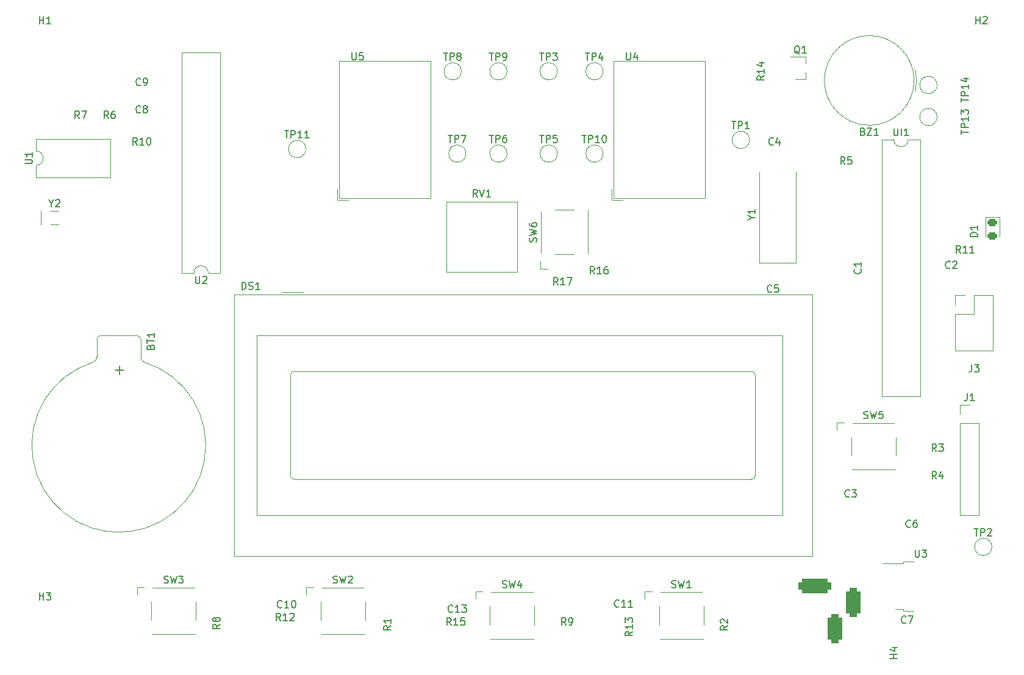
<source format=gbr>
%TF.GenerationSoftware,KiCad,Pcbnew,(6.0.5-0)*%
%TF.CreationDate,2022-07-17T13:44:33-04:00*%
%TF.ProjectId,Annahs_clock_hps,416e6e61-6873-45f6-936c-6f636b5f6870,rev?*%
%TF.SameCoordinates,Original*%
%TF.FileFunction,Legend,Top*%
%TF.FilePolarity,Positive*%
%FSLAX46Y46*%
G04 Gerber Fmt 4.6, Leading zero omitted, Abs format (unit mm)*
G04 Created by KiCad (PCBNEW (6.0.5-0)) date 2022-07-17 13:44:33*
%MOMM*%
%LPD*%
G01*
G04 APERTURE LIST*
G04 Aperture macros list*
%AMRoundRect*
0 Rectangle with rounded corners*
0 $1 Rounding radius*
0 $2 $3 $4 $5 $6 $7 $8 $9 X,Y pos of 4 corners*
0 Add a 4 corners polygon primitive as box body*
4,1,4,$2,$3,$4,$5,$6,$7,$8,$9,$2,$3,0*
0 Add four circle primitives for the rounded corners*
1,1,$1+$1,$2,$3*
1,1,$1+$1,$4,$5*
1,1,$1+$1,$6,$7*
1,1,$1+$1,$8,$9*
0 Add four rect primitives between the rounded corners*
20,1,$1+$1,$2,$3,$4,$5,0*
20,1,$1+$1,$4,$5,$6,$7,0*
20,1,$1+$1,$6,$7,$8,$9,0*
20,1,$1+$1,$8,$9,$2,$3,0*%
G04 Aperture macros list end*
%ADD10C,0.150000*%
%ADD11C,0.120000*%
%ADD12R,1.150000X1.400000*%
%ADD13C,3.200000*%
%ADD14C,1.440000*%
%ADD15R,1.000000X1.800000*%
%ADD16C,2.000000*%
%ADD17R,2.200000X1.200000*%
%ADD18R,6.400000X5.800000*%
%ADD19R,1.400000X1.150000*%
%ADD20R,1.700000X1.700000*%
%ADD21C,1.700000*%
%ADD22R,1.600000X1.600000*%
%ADD23O,1.600000X1.600000*%
%ADD24R,0.900000X0.800000*%
%ADD25RoundRect,0.243750X-0.456250X0.243750X-0.456250X-0.243750X0.456250X-0.243750X0.456250X0.243750X0*%
%ADD26R,1.400000X1.600000*%
%ADD27R,2.000000X4.500000*%
%ADD28R,2.000000X2.000000*%
%ADD29R,1.600000X1.400000*%
%ADD30O,1.700000X1.700000*%
%ADD31R,3.000000X3.000000*%
%ADD32C,3.000000*%
%ADD33R,1.800000X2.600000*%
%ADD34O,1.800000X2.600000*%
%ADD35RoundRect,0.500000X1.750000X0.500000X-1.750000X0.500000X-1.750000X-0.500000X1.750000X-0.500000X0*%
%ADD36RoundRect,0.500000X-0.500000X1.500000X-0.500000X-1.500000X0.500000X-1.500000X0.500000X1.500000X0*%
G04 APERTURE END LIST*
D10*
%TO.C,C6*%
X205148333Y-126087142D02*
X205100714Y-126134761D01*
X204957857Y-126182380D01*
X204862619Y-126182380D01*
X204719761Y-126134761D01*
X204624523Y-126039523D01*
X204576904Y-125944285D01*
X204529285Y-125753809D01*
X204529285Y-125610952D01*
X204576904Y-125420476D01*
X204624523Y-125325238D01*
X204719761Y-125230000D01*
X204862619Y-125182380D01*
X204957857Y-125182380D01*
X205100714Y-125230000D01*
X205148333Y-125277619D01*
X206005476Y-125182380D02*
X205815000Y-125182380D01*
X205719761Y-125230000D01*
X205672142Y-125277619D01*
X205576904Y-125420476D01*
X205529285Y-125610952D01*
X205529285Y-125991904D01*
X205576904Y-126087142D01*
X205624523Y-126134761D01*
X205719761Y-126182380D01*
X205910238Y-126182380D01*
X206005476Y-126134761D01*
X206053095Y-126087142D01*
X206100714Y-125991904D01*
X206100714Y-125753809D01*
X206053095Y-125658571D01*
X206005476Y-125610952D01*
X205910238Y-125563333D01*
X205719761Y-125563333D01*
X205624523Y-125610952D01*
X205576904Y-125658571D01*
X205529285Y-125753809D01*
%TO.C,H4*%
X203317380Y-144386904D02*
X202317380Y-144386904D01*
X202793571Y-144386904D02*
X202793571Y-143815476D01*
X203317380Y-143815476D02*
X202317380Y-143815476D01*
X202650714Y-142910714D02*
X203317380Y-142910714D01*
X202269761Y-143148809D02*
X202984047Y-143386904D01*
X202984047Y-142767857D01*
%TO.C,R6*%
X93813333Y-69412380D02*
X93480000Y-68936190D01*
X93241904Y-69412380D02*
X93241904Y-68412380D01*
X93622857Y-68412380D01*
X93718095Y-68460000D01*
X93765714Y-68507619D01*
X93813333Y-68602857D01*
X93813333Y-68745714D01*
X93765714Y-68840952D01*
X93718095Y-68888571D01*
X93622857Y-68936190D01*
X93241904Y-68936190D01*
X94670476Y-68412380D02*
X94480000Y-68412380D01*
X94384761Y-68460000D01*
X94337142Y-68507619D01*
X94241904Y-68650476D01*
X94194285Y-68840952D01*
X94194285Y-69221904D01*
X94241904Y-69317142D01*
X94289523Y-69364761D01*
X94384761Y-69412380D01*
X94575238Y-69412380D01*
X94670476Y-69364761D01*
X94718095Y-69317142D01*
X94765714Y-69221904D01*
X94765714Y-68983809D01*
X94718095Y-68888571D01*
X94670476Y-68840952D01*
X94575238Y-68793333D01*
X94384761Y-68793333D01*
X94289523Y-68840952D01*
X94241904Y-68888571D01*
X94194285Y-68983809D01*
%TO.C,RV1*%
X145054761Y-80279880D02*
X144721428Y-79803690D01*
X144483333Y-80279880D02*
X144483333Y-79279880D01*
X144864285Y-79279880D01*
X144959523Y-79327500D01*
X145007142Y-79375119D01*
X145054761Y-79470357D01*
X145054761Y-79613214D01*
X145007142Y-79708452D01*
X144959523Y-79756071D01*
X144864285Y-79803690D01*
X144483333Y-79803690D01*
X145340476Y-79279880D02*
X145673809Y-80279880D01*
X146007142Y-79279880D01*
X146864285Y-80279880D02*
X146292857Y-80279880D01*
X146578571Y-80279880D02*
X146578571Y-79279880D01*
X146483333Y-79422738D01*
X146388095Y-79517976D01*
X146292857Y-79565595D01*
%TO.C,Y2*%
X85883809Y-81211190D02*
X85883809Y-81687380D01*
X85550476Y-80687380D02*
X85883809Y-81211190D01*
X86217142Y-80687380D01*
X86502857Y-80782619D02*
X86550476Y-80735000D01*
X86645714Y-80687380D01*
X86883809Y-80687380D01*
X86979047Y-80735000D01*
X87026666Y-80782619D01*
X87074285Y-80877857D01*
X87074285Y-80973095D01*
X87026666Y-81115952D01*
X86455238Y-81687380D01*
X87074285Y-81687380D01*
%TO.C,TP9*%
X146693095Y-60319380D02*
X147264523Y-60319380D01*
X146978809Y-61319380D02*
X146978809Y-60319380D01*
X147597857Y-61319380D02*
X147597857Y-60319380D01*
X147978809Y-60319380D01*
X148074047Y-60367000D01*
X148121666Y-60414619D01*
X148169285Y-60509857D01*
X148169285Y-60652714D01*
X148121666Y-60747952D01*
X148074047Y-60795571D01*
X147978809Y-60843190D01*
X147597857Y-60843190D01*
X148645476Y-61319380D02*
X148835952Y-61319380D01*
X148931190Y-61271761D01*
X148978809Y-61224142D01*
X149074047Y-61081285D01*
X149121666Y-60890809D01*
X149121666Y-60509857D01*
X149074047Y-60414619D01*
X149026428Y-60367000D01*
X148931190Y-60319380D01*
X148740714Y-60319380D01*
X148645476Y-60367000D01*
X148597857Y-60414619D01*
X148550238Y-60509857D01*
X148550238Y-60747952D01*
X148597857Y-60843190D01*
X148645476Y-60890809D01*
X148740714Y-60938428D01*
X148931190Y-60938428D01*
X149026428Y-60890809D01*
X149074047Y-60843190D01*
X149121666Y-60747952D01*
%TO.C,R17*%
X156202142Y-92527380D02*
X155868809Y-92051190D01*
X155630714Y-92527380D02*
X155630714Y-91527380D01*
X156011666Y-91527380D01*
X156106904Y-91575000D01*
X156154523Y-91622619D01*
X156202142Y-91717857D01*
X156202142Y-91860714D01*
X156154523Y-91955952D01*
X156106904Y-92003571D01*
X156011666Y-92051190D01*
X155630714Y-92051190D01*
X157154523Y-92527380D02*
X156583095Y-92527380D01*
X156868809Y-92527380D02*
X156868809Y-91527380D01*
X156773571Y-91670238D01*
X156678333Y-91765476D01*
X156583095Y-91813095D01*
X157487857Y-91527380D02*
X158154523Y-91527380D01*
X157725952Y-92527380D01*
%TO.C,U3*%
X205823095Y-129317380D02*
X205823095Y-130126904D01*
X205870714Y-130222142D01*
X205918333Y-130269761D01*
X206013571Y-130317380D01*
X206204047Y-130317380D01*
X206299285Y-130269761D01*
X206346904Y-130222142D01*
X206394523Y-130126904D01*
X206394523Y-129317380D01*
X206775476Y-129317380D02*
X207394523Y-129317380D01*
X207061190Y-129698333D01*
X207204047Y-129698333D01*
X207299285Y-129745952D01*
X207346904Y-129793571D01*
X207394523Y-129888809D01*
X207394523Y-130126904D01*
X207346904Y-130222142D01*
X207299285Y-130269761D01*
X207204047Y-130317380D01*
X206918333Y-130317380D01*
X206823095Y-130269761D01*
X206775476Y-130222142D01*
%TO.C,R14*%
X184857380Y-63507857D02*
X184381190Y-63841190D01*
X184857380Y-64079285D02*
X183857380Y-64079285D01*
X183857380Y-63698333D01*
X183905000Y-63603095D01*
X183952619Y-63555476D01*
X184047857Y-63507857D01*
X184190714Y-63507857D01*
X184285952Y-63555476D01*
X184333571Y-63603095D01*
X184381190Y-63698333D01*
X184381190Y-64079285D01*
X184857380Y-62555476D02*
X184857380Y-63126904D01*
X184857380Y-62841190D02*
X183857380Y-62841190D01*
X184000238Y-62936428D01*
X184095476Y-63031666D01*
X184143095Y-63126904D01*
X184190714Y-61698333D02*
X184857380Y-61698333D01*
X183809761Y-61936428D02*
X184524047Y-62174523D01*
X184524047Y-61555476D01*
%TO.C,U5*%
X127635095Y-60285380D02*
X127635095Y-61094904D01*
X127682714Y-61190142D01*
X127730333Y-61237761D01*
X127825571Y-61285380D01*
X128016047Y-61285380D01*
X128111285Y-61237761D01*
X128158904Y-61190142D01*
X128206523Y-61094904D01*
X128206523Y-60285380D01*
X129158904Y-60285380D02*
X128682714Y-60285380D01*
X128635095Y-60761571D01*
X128682714Y-60713952D01*
X128777952Y-60666333D01*
X129016047Y-60666333D01*
X129111285Y-60713952D01*
X129158904Y-60761571D01*
X129206523Y-60856809D01*
X129206523Y-61094904D01*
X129158904Y-61190142D01*
X129111285Y-61237761D01*
X129016047Y-61285380D01*
X128777952Y-61285380D01*
X128682714Y-61237761D01*
X128635095Y-61190142D01*
%TO.C,TP7*%
X140978095Y-71749380D02*
X141549523Y-71749380D01*
X141263809Y-72749380D02*
X141263809Y-71749380D01*
X141882857Y-72749380D02*
X141882857Y-71749380D01*
X142263809Y-71749380D01*
X142359047Y-71797000D01*
X142406666Y-71844619D01*
X142454285Y-71939857D01*
X142454285Y-72082714D01*
X142406666Y-72177952D01*
X142359047Y-72225571D01*
X142263809Y-72273190D01*
X141882857Y-72273190D01*
X142787619Y-71749380D02*
X143454285Y-71749380D01*
X143025714Y-72749380D01*
%TO.C,R5*%
X196048333Y-75762380D02*
X195715000Y-75286190D01*
X195476904Y-75762380D02*
X195476904Y-74762380D01*
X195857857Y-74762380D01*
X195953095Y-74810000D01*
X196000714Y-74857619D01*
X196048333Y-74952857D01*
X196048333Y-75095714D01*
X196000714Y-75190952D01*
X195953095Y-75238571D01*
X195857857Y-75286190D01*
X195476904Y-75286190D01*
X196953095Y-74762380D02*
X196476904Y-74762380D01*
X196429285Y-75238571D01*
X196476904Y-75190952D01*
X196572142Y-75143333D01*
X196810238Y-75143333D01*
X196905476Y-75190952D01*
X196953095Y-75238571D01*
X197000714Y-75333809D01*
X197000714Y-75571904D01*
X196953095Y-75667142D01*
X196905476Y-75714761D01*
X196810238Y-75762380D01*
X196572142Y-75762380D01*
X196476904Y-75714761D01*
X196429285Y-75667142D01*
%TO.C,C2*%
X210653333Y-90147142D02*
X210605714Y-90194761D01*
X210462857Y-90242380D01*
X210367619Y-90242380D01*
X210224761Y-90194761D01*
X210129523Y-90099523D01*
X210081904Y-90004285D01*
X210034285Y-89813809D01*
X210034285Y-89670952D01*
X210081904Y-89480476D01*
X210129523Y-89385238D01*
X210224761Y-89290000D01*
X210367619Y-89242380D01*
X210462857Y-89242380D01*
X210605714Y-89290000D01*
X210653333Y-89337619D01*
X211034285Y-89337619D02*
X211081904Y-89290000D01*
X211177142Y-89242380D01*
X211415238Y-89242380D01*
X211510476Y-89290000D01*
X211558095Y-89337619D01*
X211605714Y-89432857D01*
X211605714Y-89528095D01*
X211558095Y-89670952D01*
X210986666Y-90242380D01*
X211605714Y-90242380D01*
%TO.C,R10*%
X97782142Y-73097380D02*
X97448809Y-72621190D01*
X97210714Y-73097380D02*
X97210714Y-72097380D01*
X97591666Y-72097380D01*
X97686904Y-72145000D01*
X97734523Y-72192619D01*
X97782142Y-72287857D01*
X97782142Y-72430714D01*
X97734523Y-72525952D01*
X97686904Y-72573571D01*
X97591666Y-72621190D01*
X97210714Y-72621190D01*
X98734523Y-73097380D02*
X98163095Y-73097380D01*
X98448809Y-73097380D02*
X98448809Y-72097380D01*
X98353571Y-72240238D01*
X98258333Y-72335476D01*
X98163095Y-72383095D01*
X99353571Y-72097380D02*
X99448809Y-72097380D01*
X99544047Y-72145000D01*
X99591666Y-72192619D01*
X99639285Y-72287857D01*
X99686904Y-72478333D01*
X99686904Y-72716428D01*
X99639285Y-72906904D01*
X99591666Y-73002142D01*
X99544047Y-73049761D01*
X99448809Y-73097380D01*
X99353571Y-73097380D01*
X99258333Y-73049761D01*
X99210714Y-73002142D01*
X99163095Y-72906904D01*
X99115476Y-72716428D01*
X99115476Y-72478333D01*
X99163095Y-72287857D01*
X99210714Y-72192619D01*
X99258333Y-72145000D01*
X99353571Y-72097380D01*
%TO.C,C10*%
X117897142Y-137262142D02*
X117849523Y-137309761D01*
X117706666Y-137357380D01*
X117611428Y-137357380D01*
X117468571Y-137309761D01*
X117373333Y-137214523D01*
X117325714Y-137119285D01*
X117278095Y-136928809D01*
X117278095Y-136785952D01*
X117325714Y-136595476D01*
X117373333Y-136500238D01*
X117468571Y-136405000D01*
X117611428Y-136357380D01*
X117706666Y-136357380D01*
X117849523Y-136405000D01*
X117897142Y-136452619D01*
X118849523Y-137357380D02*
X118278095Y-137357380D01*
X118563809Y-137357380D02*
X118563809Y-136357380D01*
X118468571Y-136500238D01*
X118373333Y-136595476D01*
X118278095Y-136643095D01*
X119468571Y-136357380D02*
X119563809Y-136357380D01*
X119659047Y-136405000D01*
X119706666Y-136452619D01*
X119754285Y-136547857D01*
X119801904Y-136738333D01*
X119801904Y-136976428D01*
X119754285Y-137166904D01*
X119706666Y-137262142D01*
X119659047Y-137309761D01*
X119563809Y-137357380D01*
X119468571Y-137357380D01*
X119373333Y-137309761D01*
X119325714Y-137262142D01*
X119278095Y-137166904D01*
X119230476Y-136976428D01*
X119230476Y-136738333D01*
X119278095Y-136547857D01*
X119325714Y-136452619D01*
X119373333Y-136405000D01*
X119468571Y-136357380D01*
%TO.C,U2*%
X105918095Y-91317380D02*
X105918095Y-92126904D01*
X105965714Y-92222142D01*
X106013333Y-92269761D01*
X106108571Y-92317380D01*
X106299047Y-92317380D01*
X106394285Y-92269761D01*
X106441904Y-92222142D01*
X106489523Y-92126904D01*
X106489523Y-91317380D01*
X106918095Y-91412619D02*
X106965714Y-91365000D01*
X107060952Y-91317380D01*
X107299047Y-91317380D01*
X107394285Y-91365000D01*
X107441904Y-91412619D01*
X107489523Y-91507857D01*
X107489523Y-91603095D01*
X107441904Y-91745952D01*
X106870476Y-92317380D01*
X107489523Y-92317380D01*
%TO.C,C8*%
X98258333Y-68557142D02*
X98210714Y-68604761D01*
X98067857Y-68652380D01*
X97972619Y-68652380D01*
X97829761Y-68604761D01*
X97734523Y-68509523D01*
X97686904Y-68414285D01*
X97639285Y-68223809D01*
X97639285Y-68080952D01*
X97686904Y-67890476D01*
X97734523Y-67795238D01*
X97829761Y-67700000D01*
X97972619Y-67652380D01*
X98067857Y-67652380D01*
X98210714Y-67700000D01*
X98258333Y-67747619D01*
X98829761Y-68080952D02*
X98734523Y-68033333D01*
X98686904Y-67985714D01*
X98639285Y-67890476D01*
X98639285Y-67842857D01*
X98686904Y-67747619D01*
X98734523Y-67700000D01*
X98829761Y-67652380D01*
X99020238Y-67652380D01*
X99115476Y-67700000D01*
X99163095Y-67747619D01*
X99210714Y-67842857D01*
X99210714Y-67890476D01*
X99163095Y-67985714D01*
X99115476Y-68033333D01*
X99020238Y-68080952D01*
X98829761Y-68080952D01*
X98734523Y-68128571D01*
X98686904Y-68176190D01*
X98639285Y-68271428D01*
X98639285Y-68461904D01*
X98686904Y-68557142D01*
X98734523Y-68604761D01*
X98829761Y-68652380D01*
X99020238Y-68652380D01*
X99115476Y-68604761D01*
X99163095Y-68557142D01*
X99210714Y-68461904D01*
X99210714Y-68271428D01*
X99163095Y-68176190D01*
X99115476Y-68128571D01*
X99020238Y-68080952D01*
%TO.C,Q1*%
X189784761Y-60442619D02*
X189689523Y-60395000D01*
X189594285Y-60299761D01*
X189451428Y-60156904D01*
X189356190Y-60109285D01*
X189260952Y-60109285D01*
X189308571Y-60347380D02*
X189213333Y-60299761D01*
X189118095Y-60204523D01*
X189070476Y-60014047D01*
X189070476Y-59680714D01*
X189118095Y-59490238D01*
X189213333Y-59395000D01*
X189308571Y-59347380D01*
X189499047Y-59347380D01*
X189594285Y-59395000D01*
X189689523Y-59490238D01*
X189737142Y-59680714D01*
X189737142Y-60014047D01*
X189689523Y-60204523D01*
X189594285Y-60299761D01*
X189499047Y-60347380D01*
X189308571Y-60347380D01*
X190689523Y-60347380D02*
X190118095Y-60347380D01*
X190403809Y-60347380D02*
X190403809Y-59347380D01*
X190308571Y-59490238D01*
X190213333Y-59585476D01*
X190118095Y-59633095D01*
%TO.C,C7*%
X204513333Y-139422142D02*
X204465714Y-139469761D01*
X204322857Y-139517380D01*
X204227619Y-139517380D01*
X204084761Y-139469761D01*
X203989523Y-139374523D01*
X203941904Y-139279285D01*
X203894285Y-139088809D01*
X203894285Y-138945952D01*
X203941904Y-138755476D01*
X203989523Y-138660238D01*
X204084761Y-138565000D01*
X204227619Y-138517380D01*
X204322857Y-138517380D01*
X204465714Y-138565000D01*
X204513333Y-138612619D01*
X204846666Y-138517380D02*
X205513333Y-138517380D01*
X205084761Y-139517380D01*
%TO.C,D1*%
X214447380Y-85828095D02*
X213447380Y-85828095D01*
X213447380Y-85590000D01*
X213495000Y-85447142D01*
X213590238Y-85351904D01*
X213685476Y-85304285D01*
X213875952Y-85256666D01*
X214018809Y-85256666D01*
X214209285Y-85304285D01*
X214304523Y-85351904D01*
X214399761Y-85447142D01*
X214447380Y-85590000D01*
X214447380Y-85828095D01*
X214447380Y-84304285D02*
X214447380Y-84875714D01*
X214447380Y-84590000D02*
X213447380Y-84590000D01*
X213590238Y-84685238D01*
X213685476Y-84780476D01*
X213733095Y-84875714D01*
%TO.C,TP5*%
X153678095Y-71749380D02*
X154249523Y-71749380D01*
X153963809Y-72749380D02*
X153963809Y-71749380D01*
X154582857Y-72749380D02*
X154582857Y-71749380D01*
X154963809Y-71749380D01*
X155059047Y-71797000D01*
X155106666Y-71844619D01*
X155154285Y-71939857D01*
X155154285Y-72082714D01*
X155106666Y-72177952D01*
X155059047Y-72225571D01*
X154963809Y-72273190D01*
X154582857Y-72273190D01*
X156059047Y-71749380D02*
X155582857Y-71749380D01*
X155535238Y-72225571D01*
X155582857Y-72177952D01*
X155678095Y-72130333D01*
X155916190Y-72130333D01*
X156011428Y-72177952D01*
X156059047Y-72225571D01*
X156106666Y-72320809D01*
X156106666Y-72558904D01*
X156059047Y-72654142D01*
X156011428Y-72701761D01*
X155916190Y-72749380D01*
X155678095Y-72749380D01*
X155582857Y-72701761D01*
X155535238Y-72654142D01*
%TO.C,R13*%
X166567380Y-140660357D02*
X166091190Y-140993690D01*
X166567380Y-141231785D02*
X165567380Y-141231785D01*
X165567380Y-140850833D01*
X165615000Y-140755595D01*
X165662619Y-140707976D01*
X165757857Y-140660357D01*
X165900714Y-140660357D01*
X165995952Y-140707976D01*
X166043571Y-140755595D01*
X166091190Y-140850833D01*
X166091190Y-141231785D01*
X166567380Y-139707976D02*
X166567380Y-140279404D01*
X166567380Y-139993690D02*
X165567380Y-139993690D01*
X165710238Y-140088928D01*
X165805476Y-140184166D01*
X165853095Y-140279404D01*
X165567380Y-139374642D02*
X165567380Y-138755595D01*
X165948333Y-139088928D01*
X165948333Y-138946071D01*
X165995952Y-138850833D01*
X166043571Y-138803214D01*
X166138809Y-138755595D01*
X166376904Y-138755595D01*
X166472142Y-138803214D01*
X166519761Y-138850833D01*
X166567380Y-138946071D01*
X166567380Y-139231785D01*
X166519761Y-139327023D01*
X166472142Y-139374642D01*
%TO.C,R15*%
X141382142Y-139772380D02*
X141048809Y-139296190D01*
X140810714Y-139772380D02*
X140810714Y-138772380D01*
X141191666Y-138772380D01*
X141286904Y-138820000D01*
X141334523Y-138867619D01*
X141382142Y-138962857D01*
X141382142Y-139105714D01*
X141334523Y-139200952D01*
X141286904Y-139248571D01*
X141191666Y-139296190D01*
X140810714Y-139296190D01*
X142334523Y-139772380D02*
X141763095Y-139772380D01*
X142048809Y-139772380D02*
X142048809Y-138772380D01*
X141953571Y-138915238D01*
X141858333Y-139010476D01*
X141763095Y-139058095D01*
X143239285Y-138772380D02*
X142763095Y-138772380D01*
X142715476Y-139248571D01*
X142763095Y-139200952D01*
X142858333Y-139153333D01*
X143096428Y-139153333D01*
X143191666Y-139200952D01*
X143239285Y-139248571D01*
X143286904Y-139343809D01*
X143286904Y-139581904D01*
X143239285Y-139677142D01*
X143191666Y-139724761D01*
X143096428Y-139772380D01*
X142858333Y-139772380D01*
X142763095Y-139724761D01*
X142715476Y-139677142D01*
%TO.C,TP14*%
X212177380Y-67143095D02*
X212177380Y-66571666D01*
X213177380Y-66857380D02*
X212177380Y-66857380D01*
X213177380Y-66238333D02*
X212177380Y-66238333D01*
X212177380Y-65857380D01*
X212225000Y-65762142D01*
X212272619Y-65714523D01*
X212367857Y-65666904D01*
X212510714Y-65666904D01*
X212605952Y-65714523D01*
X212653571Y-65762142D01*
X212701190Y-65857380D01*
X212701190Y-66238333D01*
X213177380Y-64714523D02*
X213177380Y-65285952D01*
X213177380Y-65000238D02*
X212177380Y-65000238D01*
X212320238Y-65095476D01*
X212415476Y-65190714D01*
X212463095Y-65285952D01*
X212510714Y-63857380D02*
X213177380Y-63857380D01*
X212129761Y-64095476D02*
X212844047Y-64333571D01*
X212844047Y-63714523D01*
%TO.C,R12*%
X117682142Y-139137380D02*
X117348809Y-138661190D01*
X117110714Y-139137380D02*
X117110714Y-138137380D01*
X117491666Y-138137380D01*
X117586904Y-138185000D01*
X117634523Y-138232619D01*
X117682142Y-138327857D01*
X117682142Y-138470714D01*
X117634523Y-138565952D01*
X117586904Y-138613571D01*
X117491666Y-138661190D01*
X117110714Y-138661190D01*
X118634523Y-139137380D02*
X118063095Y-139137380D01*
X118348809Y-139137380D02*
X118348809Y-138137380D01*
X118253571Y-138280238D01*
X118158333Y-138375476D01*
X118063095Y-138423095D01*
X119015476Y-138232619D02*
X119063095Y-138185000D01*
X119158333Y-138137380D01*
X119396428Y-138137380D01*
X119491666Y-138185000D01*
X119539285Y-138232619D01*
X119586904Y-138327857D01*
X119586904Y-138423095D01*
X119539285Y-138565952D01*
X118967857Y-139137380D01*
X119586904Y-139137380D01*
%TO.C,SW6*%
X153199761Y-86540833D02*
X153247380Y-86397976D01*
X153247380Y-86159880D01*
X153199761Y-86064642D01*
X153152142Y-86017023D01*
X153056904Y-85969404D01*
X152961666Y-85969404D01*
X152866428Y-86017023D01*
X152818809Y-86064642D01*
X152771190Y-86159880D01*
X152723571Y-86350357D01*
X152675952Y-86445595D01*
X152628333Y-86493214D01*
X152533095Y-86540833D01*
X152437857Y-86540833D01*
X152342619Y-86493214D01*
X152295000Y-86445595D01*
X152247380Y-86350357D01*
X152247380Y-86112261D01*
X152295000Y-85969404D01*
X152247380Y-85636071D02*
X153247380Y-85397976D01*
X152533095Y-85207500D01*
X153247380Y-85017023D01*
X152247380Y-84778928D01*
X152247380Y-83969404D02*
X152247380Y-84159880D01*
X152295000Y-84255119D01*
X152342619Y-84302738D01*
X152485476Y-84397976D01*
X152675952Y-84445595D01*
X153056904Y-84445595D01*
X153152142Y-84397976D01*
X153199761Y-84350357D01*
X153247380Y-84255119D01*
X153247380Y-84064642D01*
X153199761Y-83969404D01*
X153152142Y-83921785D01*
X153056904Y-83874166D01*
X152818809Y-83874166D01*
X152723571Y-83921785D01*
X152675952Y-83969404D01*
X152628333Y-84064642D01*
X152628333Y-84255119D01*
X152675952Y-84350357D01*
X152723571Y-84397976D01*
X152818809Y-84445595D01*
%TO.C,C11*%
X164672142Y-137159642D02*
X164624523Y-137207261D01*
X164481666Y-137254880D01*
X164386428Y-137254880D01*
X164243571Y-137207261D01*
X164148333Y-137112023D01*
X164100714Y-137016785D01*
X164053095Y-136826309D01*
X164053095Y-136683452D01*
X164100714Y-136492976D01*
X164148333Y-136397738D01*
X164243571Y-136302500D01*
X164386428Y-136254880D01*
X164481666Y-136254880D01*
X164624523Y-136302500D01*
X164672142Y-136350119D01*
X165624523Y-137254880D02*
X165053095Y-137254880D01*
X165338809Y-137254880D02*
X165338809Y-136254880D01*
X165243571Y-136397738D01*
X165148333Y-136492976D01*
X165053095Y-136540595D01*
X166576904Y-137254880D02*
X166005476Y-137254880D01*
X166291190Y-137254880D02*
X166291190Y-136254880D01*
X166195952Y-136397738D01*
X166100714Y-136492976D01*
X166005476Y-136540595D01*
%TO.C,TP10*%
X159551904Y-71749380D02*
X160123333Y-71749380D01*
X159837619Y-72749380D02*
X159837619Y-71749380D01*
X160456666Y-72749380D02*
X160456666Y-71749380D01*
X160837619Y-71749380D01*
X160932857Y-71797000D01*
X160980476Y-71844619D01*
X161028095Y-71939857D01*
X161028095Y-72082714D01*
X160980476Y-72177952D01*
X160932857Y-72225571D01*
X160837619Y-72273190D01*
X160456666Y-72273190D01*
X161980476Y-72749380D02*
X161409047Y-72749380D01*
X161694761Y-72749380D02*
X161694761Y-71749380D01*
X161599523Y-71892238D01*
X161504285Y-71987476D01*
X161409047Y-72035095D01*
X162599523Y-71749380D02*
X162694761Y-71749380D01*
X162790000Y-71797000D01*
X162837619Y-71844619D01*
X162885238Y-71939857D01*
X162932857Y-72130333D01*
X162932857Y-72368428D01*
X162885238Y-72558904D01*
X162837619Y-72654142D01*
X162790000Y-72701761D01*
X162694761Y-72749380D01*
X162599523Y-72749380D01*
X162504285Y-72701761D01*
X162456666Y-72654142D01*
X162409047Y-72558904D01*
X162361428Y-72368428D01*
X162361428Y-72130333D01*
X162409047Y-71939857D01*
X162456666Y-71844619D01*
X162504285Y-71797000D01*
X162599523Y-71749380D01*
%TO.C,U1*%
X82222380Y-75691904D02*
X83031904Y-75691904D01*
X83127142Y-75644285D01*
X83174761Y-75596666D01*
X83222380Y-75501428D01*
X83222380Y-75310952D01*
X83174761Y-75215714D01*
X83127142Y-75168095D01*
X83031904Y-75120476D01*
X82222380Y-75120476D01*
X83222380Y-74120476D02*
X83222380Y-74691904D01*
X83222380Y-74406190D02*
X82222380Y-74406190D01*
X82365238Y-74501428D01*
X82460476Y-74596666D01*
X82508095Y-74691904D01*
%TO.C,R1*%
X133002380Y-139866666D02*
X132526190Y-140200000D01*
X133002380Y-140438095D02*
X132002380Y-140438095D01*
X132002380Y-140057142D01*
X132050000Y-139961904D01*
X132097619Y-139914285D01*
X132192857Y-139866666D01*
X132335714Y-139866666D01*
X132430952Y-139914285D01*
X132478571Y-139961904D01*
X132526190Y-140057142D01*
X132526190Y-140438095D01*
X133002380Y-138914285D02*
X133002380Y-139485714D01*
X133002380Y-139200000D02*
X132002380Y-139200000D01*
X132145238Y-139295238D01*
X132240476Y-139390476D01*
X132288095Y-139485714D01*
%TO.C,Y1*%
X183116190Y-83221190D02*
X183592380Y-83221190D01*
X182592380Y-83554523D02*
X183116190Y-83221190D01*
X182592380Y-82887857D01*
X183592380Y-82030714D02*
X183592380Y-82602142D01*
X183592380Y-82316428D02*
X182592380Y-82316428D01*
X182735238Y-82411666D01*
X182830476Y-82506904D01*
X182878095Y-82602142D01*
%TO.C,TP4*%
X160028095Y-60319380D02*
X160599523Y-60319380D01*
X160313809Y-61319380D02*
X160313809Y-60319380D01*
X160932857Y-61319380D02*
X160932857Y-60319380D01*
X161313809Y-60319380D01*
X161409047Y-60367000D01*
X161456666Y-60414619D01*
X161504285Y-60509857D01*
X161504285Y-60652714D01*
X161456666Y-60747952D01*
X161409047Y-60795571D01*
X161313809Y-60843190D01*
X160932857Y-60843190D01*
X162361428Y-60652714D02*
X162361428Y-61319380D01*
X162123333Y-60271761D02*
X161885238Y-60986047D01*
X162504285Y-60986047D01*
%TO.C,BZ1*%
X198549047Y-71233571D02*
X198691904Y-71281190D01*
X198739523Y-71328809D01*
X198787142Y-71424047D01*
X198787142Y-71566904D01*
X198739523Y-71662142D01*
X198691904Y-71709761D01*
X198596666Y-71757380D01*
X198215714Y-71757380D01*
X198215714Y-70757380D01*
X198549047Y-70757380D01*
X198644285Y-70805000D01*
X198691904Y-70852619D01*
X198739523Y-70947857D01*
X198739523Y-71043095D01*
X198691904Y-71138333D01*
X198644285Y-71185952D01*
X198549047Y-71233571D01*
X198215714Y-71233571D01*
X199120476Y-70757380D02*
X199787142Y-70757380D01*
X199120476Y-71757380D01*
X199787142Y-71757380D01*
X200691904Y-71757380D02*
X200120476Y-71757380D01*
X200406190Y-71757380D02*
X200406190Y-70757380D01*
X200310952Y-70900238D01*
X200215714Y-70995476D01*
X200120476Y-71043095D01*
%TO.C,R8*%
X109292380Y-139651666D02*
X108816190Y-139985000D01*
X109292380Y-140223095D02*
X108292380Y-140223095D01*
X108292380Y-139842142D01*
X108340000Y-139746904D01*
X108387619Y-139699285D01*
X108482857Y-139651666D01*
X108625714Y-139651666D01*
X108720952Y-139699285D01*
X108768571Y-139746904D01*
X108816190Y-139842142D01*
X108816190Y-140223095D01*
X108720952Y-139080238D02*
X108673333Y-139175476D01*
X108625714Y-139223095D01*
X108530476Y-139270714D01*
X108482857Y-139270714D01*
X108387619Y-139223095D01*
X108340000Y-139175476D01*
X108292380Y-139080238D01*
X108292380Y-138889761D01*
X108340000Y-138794523D01*
X108387619Y-138746904D01*
X108482857Y-138699285D01*
X108530476Y-138699285D01*
X108625714Y-138746904D01*
X108673333Y-138794523D01*
X108720952Y-138889761D01*
X108720952Y-139080238D01*
X108768571Y-139175476D01*
X108816190Y-139223095D01*
X108911428Y-139270714D01*
X109101904Y-139270714D01*
X109197142Y-139223095D01*
X109244761Y-139175476D01*
X109292380Y-139080238D01*
X109292380Y-138889761D01*
X109244761Y-138794523D01*
X109197142Y-138746904D01*
X109101904Y-138699285D01*
X108911428Y-138699285D01*
X108816190Y-138746904D01*
X108768571Y-138794523D01*
X108720952Y-138889761D01*
%TO.C,R9*%
X157313333Y-139772380D02*
X156980000Y-139296190D01*
X156741904Y-139772380D02*
X156741904Y-138772380D01*
X157122857Y-138772380D01*
X157218095Y-138820000D01*
X157265714Y-138867619D01*
X157313333Y-138962857D01*
X157313333Y-139105714D01*
X157265714Y-139200952D01*
X157218095Y-139248571D01*
X157122857Y-139296190D01*
X156741904Y-139296190D01*
X157789523Y-139772380D02*
X157980000Y-139772380D01*
X158075238Y-139724761D01*
X158122857Y-139677142D01*
X158218095Y-139534285D01*
X158265714Y-139343809D01*
X158265714Y-138962857D01*
X158218095Y-138867619D01*
X158170476Y-138820000D01*
X158075238Y-138772380D01*
X157884761Y-138772380D01*
X157789523Y-138820000D01*
X157741904Y-138867619D01*
X157694285Y-138962857D01*
X157694285Y-139200952D01*
X157741904Y-139296190D01*
X157789523Y-139343809D01*
X157884761Y-139391428D01*
X158075238Y-139391428D01*
X158170476Y-139343809D01*
X158218095Y-139296190D01*
X158265714Y-139200952D01*
%TO.C,H2*%
X214238095Y-56252380D02*
X214238095Y-55252380D01*
X214238095Y-55728571D02*
X214809523Y-55728571D01*
X214809523Y-56252380D02*
X214809523Y-55252380D01*
X215238095Y-55347619D02*
X215285714Y-55300000D01*
X215380952Y-55252380D01*
X215619047Y-55252380D01*
X215714285Y-55300000D01*
X215761904Y-55347619D01*
X215809523Y-55442857D01*
X215809523Y-55538095D01*
X215761904Y-55680952D01*
X215190476Y-56252380D01*
X215809523Y-56252380D01*
%TO.C,SW2*%
X125031666Y-133899761D02*
X125174523Y-133947380D01*
X125412619Y-133947380D01*
X125507857Y-133899761D01*
X125555476Y-133852142D01*
X125603095Y-133756904D01*
X125603095Y-133661666D01*
X125555476Y-133566428D01*
X125507857Y-133518809D01*
X125412619Y-133471190D01*
X125222142Y-133423571D01*
X125126904Y-133375952D01*
X125079285Y-133328333D01*
X125031666Y-133233095D01*
X125031666Y-133137857D01*
X125079285Y-133042619D01*
X125126904Y-132995000D01*
X125222142Y-132947380D01*
X125460238Y-132947380D01*
X125603095Y-132995000D01*
X125936428Y-132947380D02*
X126174523Y-133947380D01*
X126365000Y-133233095D01*
X126555476Y-133947380D01*
X126793571Y-132947380D01*
X127126904Y-133042619D02*
X127174523Y-132995000D01*
X127269761Y-132947380D01*
X127507857Y-132947380D01*
X127603095Y-132995000D01*
X127650714Y-133042619D01*
X127698333Y-133137857D01*
X127698333Y-133233095D01*
X127650714Y-133375952D01*
X127079285Y-133947380D01*
X127698333Y-133947380D01*
%TO.C,H3*%
X84238095Y-136252380D02*
X84238095Y-135252380D01*
X84238095Y-135728571D02*
X84809523Y-135728571D01*
X84809523Y-136252380D02*
X84809523Y-135252380D01*
X85190476Y-135252380D02*
X85809523Y-135252380D01*
X85476190Y-135633333D01*
X85619047Y-135633333D01*
X85714285Y-135680952D01*
X85761904Y-135728571D01*
X85809523Y-135823809D01*
X85809523Y-136061904D01*
X85761904Y-136157142D01*
X85714285Y-136204761D01*
X85619047Y-136252380D01*
X85333333Y-136252380D01*
X85238095Y-136204761D01*
X85190476Y-136157142D01*
%TO.C,TP1*%
X180348095Y-69844380D02*
X180919523Y-69844380D01*
X180633809Y-70844380D02*
X180633809Y-69844380D01*
X181252857Y-70844380D02*
X181252857Y-69844380D01*
X181633809Y-69844380D01*
X181729047Y-69892000D01*
X181776666Y-69939619D01*
X181824285Y-70034857D01*
X181824285Y-70177714D01*
X181776666Y-70272952D01*
X181729047Y-70320571D01*
X181633809Y-70368190D01*
X181252857Y-70368190D01*
X182776666Y-70844380D02*
X182205238Y-70844380D01*
X182490952Y-70844380D02*
X182490952Y-69844380D01*
X182395714Y-69987238D01*
X182300476Y-70082476D01*
X182205238Y-70130095D01*
%TO.C,J1*%
X213026666Y-107612380D02*
X213026666Y-108326666D01*
X212979047Y-108469523D01*
X212883809Y-108564761D01*
X212740952Y-108612380D01*
X212645714Y-108612380D01*
X214026666Y-108612380D02*
X213455238Y-108612380D01*
X213740952Y-108612380D02*
X213740952Y-107612380D01*
X213645714Y-107755238D01*
X213550476Y-107850476D01*
X213455238Y-107898095D01*
%TO.C,R11*%
X212082142Y-88082380D02*
X211748809Y-87606190D01*
X211510714Y-88082380D02*
X211510714Y-87082380D01*
X211891666Y-87082380D01*
X211986904Y-87130000D01*
X212034523Y-87177619D01*
X212082142Y-87272857D01*
X212082142Y-87415714D01*
X212034523Y-87510952D01*
X211986904Y-87558571D01*
X211891666Y-87606190D01*
X211510714Y-87606190D01*
X213034523Y-88082380D02*
X212463095Y-88082380D01*
X212748809Y-88082380D02*
X212748809Y-87082380D01*
X212653571Y-87225238D01*
X212558333Y-87320476D01*
X212463095Y-87368095D01*
X213986904Y-88082380D02*
X213415476Y-88082380D01*
X213701190Y-88082380D02*
X213701190Y-87082380D01*
X213605952Y-87225238D01*
X213510714Y-87320476D01*
X213415476Y-87368095D01*
%TO.C,J3*%
X213661666Y-103592380D02*
X213661666Y-104306666D01*
X213614047Y-104449523D01*
X213518809Y-104544761D01*
X213375952Y-104592380D01*
X213280714Y-104592380D01*
X214042619Y-103592380D02*
X214661666Y-103592380D01*
X214328333Y-103973333D01*
X214471190Y-103973333D01*
X214566428Y-104020952D01*
X214614047Y-104068571D01*
X214661666Y-104163809D01*
X214661666Y-104401904D01*
X214614047Y-104497142D01*
X214566428Y-104544761D01*
X214471190Y-104592380D01*
X214185476Y-104592380D01*
X214090238Y-104544761D01*
X214042619Y-104497142D01*
%TO.C,C4*%
X186103333Y-73002142D02*
X186055714Y-73049761D01*
X185912857Y-73097380D01*
X185817619Y-73097380D01*
X185674761Y-73049761D01*
X185579523Y-72954523D01*
X185531904Y-72859285D01*
X185484285Y-72668809D01*
X185484285Y-72525952D01*
X185531904Y-72335476D01*
X185579523Y-72240238D01*
X185674761Y-72145000D01*
X185817619Y-72097380D01*
X185912857Y-72097380D01*
X186055714Y-72145000D01*
X186103333Y-72192619D01*
X186960476Y-72430714D02*
X186960476Y-73097380D01*
X186722380Y-72049761D02*
X186484285Y-72764047D01*
X187103333Y-72764047D01*
%TO.C,R16*%
X161282142Y-90994880D02*
X160948809Y-90518690D01*
X160710714Y-90994880D02*
X160710714Y-89994880D01*
X161091666Y-89994880D01*
X161186904Y-90042500D01*
X161234523Y-90090119D01*
X161282142Y-90185357D01*
X161282142Y-90328214D01*
X161234523Y-90423452D01*
X161186904Y-90471071D01*
X161091666Y-90518690D01*
X160710714Y-90518690D01*
X162234523Y-90994880D02*
X161663095Y-90994880D01*
X161948809Y-90994880D02*
X161948809Y-89994880D01*
X161853571Y-90137738D01*
X161758333Y-90232976D01*
X161663095Y-90280595D01*
X163091666Y-89994880D02*
X162901190Y-89994880D01*
X162805952Y-90042500D01*
X162758333Y-90090119D01*
X162663095Y-90232976D01*
X162615476Y-90423452D01*
X162615476Y-90804404D01*
X162663095Y-90899642D01*
X162710714Y-90947261D01*
X162805952Y-90994880D01*
X162996428Y-90994880D01*
X163091666Y-90947261D01*
X163139285Y-90899642D01*
X163186904Y-90804404D01*
X163186904Y-90566309D01*
X163139285Y-90471071D01*
X163091666Y-90423452D01*
X162996428Y-90375833D01*
X162805952Y-90375833D01*
X162710714Y-90423452D01*
X162663095Y-90471071D01*
X162615476Y-90566309D01*
%TO.C,C5*%
X185888333Y-93447142D02*
X185840714Y-93494761D01*
X185697857Y-93542380D01*
X185602619Y-93542380D01*
X185459761Y-93494761D01*
X185364523Y-93399523D01*
X185316904Y-93304285D01*
X185269285Y-93113809D01*
X185269285Y-92970952D01*
X185316904Y-92780476D01*
X185364523Y-92685238D01*
X185459761Y-92590000D01*
X185602619Y-92542380D01*
X185697857Y-92542380D01*
X185840714Y-92590000D01*
X185888333Y-92637619D01*
X186793095Y-92542380D02*
X186316904Y-92542380D01*
X186269285Y-93018571D01*
X186316904Y-92970952D01*
X186412142Y-92923333D01*
X186650238Y-92923333D01*
X186745476Y-92970952D01*
X186793095Y-93018571D01*
X186840714Y-93113809D01*
X186840714Y-93351904D01*
X186793095Y-93447142D01*
X186745476Y-93494761D01*
X186650238Y-93542380D01*
X186412142Y-93542380D01*
X186316904Y-93494761D01*
X186269285Y-93447142D01*
%TO.C,R4*%
X208748333Y-119452380D02*
X208415000Y-118976190D01*
X208176904Y-119452380D02*
X208176904Y-118452380D01*
X208557857Y-118452380D01*
X208653095Y-118500000D01*
X208700714Y-118547619D01*
X208748333Y-118642857D01*
X208748333Y-118785714D01*
X208700714Y-118880952D01*
X208653095Y-118928571D01*
X208557857Y-118976190D01*
X208176904Y-118976190D01*
X209605476Y-118785714D02*
X209605476Y-119452380D01*
X209367380Y-118404761D02*
X209129285Y-119119047D01*
X209748333Y-119119047D01*
%TO.C,H1*%
X84238095Y-56252380D02*
X84238095Y-55252380D01*
X84238095Y-55728571D02*
X84809523Y-55728571D01*
X84809523Y-56252380D02*
X84809523Y-55252380D01*
X85809523Y-56252380D02*
X85238095Y-56252380D01*
X85523809Y-56252380D02*
X85523809Y-55252380D01*
X85428571Y-55395238D01*
X85333333Y-55490476D01*
X85238095Y-55538095D01*
%TO.C,SW1*%
X172021666Y-134534761D02*
X172164523Y-134582380D01*
X172402619Y-134582380D01*
X172497857Y-134534761D01*
X172545476Y-134487142D01*
X172593095Y-134391904D01*
X172593095Y-134296666D01*
X172545476Y-134201428D01*
X172497857Y-134153809D01*
X172402619Y-134106190D01*
X172212142Y-134058571D01*
X172116904Y-134010952D01*
X172069285Y-133963333D01*
X172021666Y-133868095D01*
X172021666Y-133772857D01*
X172069285Y-133677619D01*
X172116904Y-133630000D01*
X172212142Y-133582380D01*
X172450238Y-133582380D01*
X172593095Y-133630000D01*
X172926428Y-133582380D02*
X173164523Y-134582380D01*
X173355000Y-133868095D01*
X173545476Y-134582380D01*
X173783571Y-133582380D01*
X174688333Y-134582380D02*
X174116904Y-134582380D01*
X174402619Y-134582380D02*
X174402619Y-133582380D01*
X174307380Y-133725238D01*
X174212142Y-133820476D01*
X174116904Y-133868095D01*
%TO.C,TP6*%
X146693095Y-71749380D02*
X147264523Y-71749380D01*
X146978809Y-72749380D02*
X146978809Y-71749380D01*
X147597857Y-72749380D02*
X147597857Y-71749380D01*
X147978809Y-71749380D01*
X148074047Y-71797000D01*
X148121666Y-71844619D01*
X148169285Y-71939857D01*
X148169285Y-72082714D01*
X148121666Y-72177952D01*
X148074047Y-72225571D01*
X147978809Y-72273190D01*
X147597857Y-72273190D01*
X149026428Y-71749380D02*
X148835952Y-71749380D01*
X148740714Y-71797000D01*
X148693095Y-71844619D01*
X148597857Y-71987476D01*
X148550238Y-72177952D01*
X148550238Y-72558904D01*
X148597857Y-72654142D01*
X148645476Y-72701761D01*
X148740714Y-72749380D01*
X148931190Y-72749380D01*
X149026428Y-72701761D01*
X149074047Y-72654142D01*
X149121666Y-72558904D01*
X149121666Y-72320809D01*
X149074047Y-72225571D01*
X149026428Y-72177952D01*
X148931190Y-72130333D01*
X148740714Y-72130333D01*
X148645476Y-72177952D01*
X148597857Y-72225571D01*
X148550238Y-72320809D01*
%TO.C,TP2*%
X214003095Y-126359380D02*
X214574523Y-126359380D01*
X214288809Y-127359380D02*
X214288809Y-126359380D01*
X214907857Y-127359380D02*
X214907857Y-126359380D01*
X215288809Y-126359380D01*
X215384047Y-126407000D01*
X215431666Y-126454619D01*
X215479285Y-126549857D01*
X215479285Y-126692714D01*
X215431666Y-126787952D01*
X215384047Y-126835571D01*
X215288809Y-126883190D01*
X214907857Y-126883190D01*
X215860238Y-126454619D02*
X215907857Y-126407000D01*
X216003095Y-126359380D01*
X216241190Y-126359380D01*
X216336428Y-126407000D01*
X216384047Y-126454619D01*
X216431666Y-126549857D01*
X216431666Y-126645095D01*
X216384047Y-126787952D01*
X215812619Y-127359380D01*
X216431666Y-127359380D01*
%TO.C,C13*%
X141597142Y-137897142D02*
X141549523Y-137944761D01*
X141406666Y-137992380D01*
X141311428Y-137992380D01*
X141168571Y-137944761D01*
X141073333Y-137849523D01*
X141025714Y-137754285D01*
X140978095Y-137563809D01*
X140978095Y-137420952D01*
X141025714Y-137230476D01*
X141073333Y-137135238D01*
X141168571Y-137040000D01*
X141311428Y-136992380D01*
X141406666Y-136992380D01*
X141549523Y-137040000D01*
X141597142Y-137087619D01*
X142549523Y-137992380D02*
X141978095Y-137992380D01*
X142263809Y-137992380D02*
X142263809Y-136992380D01*
X142168571Y-137135238D01*
X142073333Y-137230476D01*
X141978095Y-137278095D01*
X142882857Y-136992380D02*
X143501904Y-136992380D01*
X143168571Y-137373333D01*
X143311428Y-137373333D01*
X143406666Y-137420952D01*
X143454285Y-137468571D01*
X143501904Y-137563809D01*
X143501904Y-137801904D01*
X143454285Y-137897142D01*
X143406666Y-137944761D01*
X143311428Y-137992380D01*
X143025714Y-137992380D01*
X142930476Y-137944761D01*
X142882857Y-137897142D01*
%TO.C,R2*%
X179777380Y-139866666D02*
X179301190Y-140200000D01*
X179777380Y-140438095D02*
X178777380Y-140438095D01*
X178777380Y-140057142D01*
X178825000Y-139961904D01*
X178872619Y-139914285D01*
X178967857Y-139866666D01*
X179110714Y-139866666D01*
X179205952Y-139914285D01*
X179253571Y-139961904D01*
X179301190Y-140057142D01*
X179301190Y-140438095D01*
X178872619Y-139485714D02*
X178825000Y-139438095D01*
X178777380Y-139342857D01*
X178777380Y-139104761D01*
X178825000Y-139009523D01*
X178872619Y-138961904D01*
X178967857Y-138914285D01*
X179063095Y-138914285D01*
X179205952Y-138961904D01*
X179777380Y-139533333D01*
X179777380Y-138914285D01*
%TO.C,TP3*%
X153678095Y-60319380D02*
X154249523Y-60319380D01*
X153963809Y-61319380D02*
X153963809Y-60319380D01*
X154582857Y-61319380D02*
X154582857Y-60319380D01*
X154963809Y-60319380D01*
X155059047Y-60367000D01*
X155106666Y-60414619D01*
X155154285Y-60509857D01*
X155154285Y-60652714D01*
X155106666Y-60747952D01*
X155059047Y-60795571D01*
X154963809Y-60843190D01*
X154582857Y-60843190D01*
X155487619Y-60319380D02*
X156106666Y-60319380D01*
X155773333Y-60700333D01*
X155916190Y-60700333D01*
X156011428Y-60747952D01*
X156059047Y-60795571D01*
X156106666Y-60890809D01*
X156106666Y-61128904D01*
X156059047Y-61224142D01*
X156011428Y-61271761D01*
X155916190Y-61319380D01*
X155630476Y-61319380D01*
X155535238Y-61271761D01*
X155487619Y-61224142D01*
%TO.C,C3*%
X196683333Y-121897142D02*
X196635714Y-121944761D01*
X196492857Y-121992380D01*
X196397619Y-121992380D01*
X196254761Y-121944761D01*
X196159523Y-121849523D01*
X196111904Y-121754285D01*
X196064285Y-121563809D01*
X196064285Y-121420952D01*
X196111904Y-121230476D01*
X196159523Y-121135238D01*
X196254761Y-121040000D01*
X196397619Y-120992380D01*
X196492857Y-120992380D01*
X196635714Y-121040000D01*
X196683333Y-121087619D01*
X197016666Y-120992380D02*
X197635714Y-120992380D01*
X197302380Y-121373333D01*
X197445238Y-121373333D01*
X197540476Y-121420952D01*
X197588095Y-121468571D01*
X197635714Y-121563809D01*
X197635714Y-121801904D01*
X197588095Y-121897142D01*
X197540476Y-121944761D01*
X197445238Y-121992380D01*
X197159523Y-121992380D01*
X197064285Y-121944761D01*
X197016666Y-121897142D01*
%TO.C,TP13*%
X212177380Y-71588095D02*
X212177380Y-71016666D01*
X213177380Y-71302380D02*
X212177380Y-71302380D01*
X213177380Y-70683333D02*
X212177380Y-70683333D01*
X212177380Y-70302380D01*
X212225000Y-70207142D01*
X212272619Y-70159523D01*
X212367857Y-70111904D01*
X212510714Y-70111904D01*
X212605952Y-70159523D01*
X212653571Y-70207142D01*
X212701190Y-70302380D01*
X212701190Y-70683333D01*
X213177380Y-69159523D02*
X213177380Y-69730952D01*
X213177380Y-69445238D02*
X212177380Y-69445238D01*
X212320238Y-69540476D01*
X212415476Y-69635714D01*
X212463095Y-69730952D01*
X212177380Y-68826190D02*
X212177380Y-68207142D01*
X212558333Y-68540476D01*
X212558333Y-68397619D01*
X212605952Y-68302380D01*
X212653571Y-68254761D01*
X212748809Y-68207142D01*
X212986904Y-68207142D01*
X213082142Y-68254761D01*
X213129761Y-68302380D01*
X213177380Y-68397619D01*
X213177380Y-68683333D01*
X213129761Y-68778571D01*
X213082142Y-68826190D01*
%TO.C,SW3*%
X101536666Y-133899761D02*
X101679523Y-133947380D01*
X101917619Y-133947380D01*
X102012857Y-133899761D01*
X102060476Y-133852142D01*
X102108095Y-133756904D01*
X102108095Y-133661666D01*
X102060476Y-133566428D01*
X102012857Y-133518809D01*
X101917619Y-133471190D01*
X101727142Y-133423571D01*
X101631904Y-133375952D01*
X101584285Y-133328333D01*
X101536666Y-133233095D01*
X101536666Y-133137857D01*
X101584285Y-133042619D01*
X101631904Y-132995000D01*
X101727142Y-132947380D01*
X101965238Y-132947380D01*
X102108095Y-132995000D01*
X102441428Y-132947380D02*
X102679523Y-133947380D01*
X102870000Y-133233095D01*
X103060476Y-133947380D01*
X103298571Y-132947380D01*
X103584285Y-132947380D02*
X104203333Y-132947380D01*
X103870000Y-133328333D01*
X104012857Y-133328333D01*
X104108095Y-133375952D01*
X104155714Y-133423571D01*
X104203333Y-133518809D01*
X104203333Y-133756904D01*
X104155714Y-133852142D01*
X104108095Y-133899761D01*
X104012857Y-133947380D01*
X103727142Y-133947380D01*
X103631904Y-133899761D01*
X103584285Y-133852142D01*
%TO.C,SW4*%
X148526666Y-134534761D02*
X148669523Y-134582380D01*
X148907619Y-134582380D01*
X149002857Y-134534761D01*
X149050476Y-134487142D01*
X149098095Y-134391904D01*
X149098095Y-134296666D01*
X149050476Y-134201428D01*
X149002857Y-134153809D01*
X148907619Y-134106190D01*
X148717142Y-134058571D01*
X148621904Y-134010952D01*
X148574285Y-133963333D01*
X148526666Y-133868095D01*
X148526666Y-133772857D01*
X148574285Y-133677619D01*
X148621904Y-133630000D01*
X148717142Y-133582380D01*
X148955238Y-133582380D01*
X149098095Y-133630000D01*
X149431428Y-133582380D02*
X149669523Y-134582380D01*
X149860000Y-133868095D01*
X150050476Y-134582380D01*
X150288571Y-133582380D01*
X151098095Y-133915714D02*
X151098095Y-134582380D01*
X150860000Y-133534761D02*
X150621904Y-134249047D01*
X151240952Y-134249047D01*
%TO.C,TP11*%
X118276904Y-71114380D02*
X118848333Y-71114380D01*
X118562619Y-72114380D02*
X118562619Y-71114380D01*
X119181666Y-72114380D02*
X119181666Y-71114380D01*
X119562619Y-71114380D01*
X119657857Y-71162000D01*
X119705476Y-71209619D01*
X119753095Y-71304857D01*
X119753095Y-71447714D01*
X119705476Y-71542952D01*
X119657857Y-71590571D01*
X119562619Y-71638190D01*
X119181666Y-71638190D01*
X120705476Y-72114380D02*
X120134047Y-72114380D01*
X120419761Y-72114380D02*
X120419761Y-71114380D01*
X120324523Y-71257238D01*
X120229285Y-71352476D01*
X120134047Y-71400095D01*
X121657857Y-72114380D02*
X121086428Y-72114380D01*
X121372142Y-72114380D02*
X121372142Y-71114380D01*
X121276904Y-71257238D01*
X121181666Y-71352476D01*
X121086428Y-71400095D01*
%TO.C,TP8*%
X140343095Y-60319380D02*
X140914523Y-60319380D01*
X140628809Y-61319380D02*
X140628809Y-60319380D01*
X141247857Y-61319380D02*
X141247857Y-60319380D01*
X141628809Y-60319380D01*
X141724047Y-60367000D01*
X141771666Y-60414619D01*
X141819285Y-60509857D01*
X141819285Y-60652714D01*
X141771666Y-60747952D01*
X141724047Y-60795571D01*
X141628809Y-60843190D01*
X141247857Y-60843190D01*
X142390714Y-60747952D02*
X142295476Y-60700333D01*
X142247857Y-60652714D01*
X142200238Y-60557476D01*
X142200238Y-60509857D01*
X142247857Y-60414619D01*
X142295476Y-60367000D01*
X142390714Y-60319380D01*
X142581190Y-60319380D01*
X142676428Y-60367000D01*
X142724047Y-60414619D01*
X142771666Y-60509857D01*
X142771666Y-60557476D01*
X142724047Y-60652714D01*
X142676428Y-60700333D01*
X142581190Y-60747952D01*
X142390714Y-60747952D01*
X142295476Y-60795571D01*
X142247857Y-60843190D01*
X142200238Y-60938428D01*
X142200238Y-61128904D01*
X142247857Y-61224142D01*
X142295476Y-61271761D01*
X142390714Y-61319380D01*
X142581190Y-61319380D01*
X142676428Y-61271761D01*
X142724047Y-61224142D01*
X142771666Y-61128904D01*
X142771666Y-60938428D01*
X142724047Y-60843190D01*
X142676428Y-60795571D01*
X142581190Y-60747952D01*
%TO.C,U4*%
X165735095Y-60285380D02*
X165735095Y-61094904D01*
X165782714Y-61190142D01*
X165830333Y-61237761D01*
X165925571Y-61285380D01*
X166116047Y-61285380D01*
X166211285Y-61237761D01*
X166258904Y-61190142D01*
X166306523Y-61094904D01*
X166306523Y-60285380D01*
X167211285Y-60618714D02*
X167211285Y-61285380D01*
X166973190Y-60237761D02*
X166735095Y-60952047D01*
X167354142Y-60952047D01*
%TO.C,C1*%
X198222142Y-90336666D02*
X198269761Y-90384285D01*
X198317380Y-90527142D01*
X198317380Y-90622380D01*
X198269761Y-90765238D01*
X198174523Y-90860476D01*
X198079285Y-90908095D01*
X197888809Y-90955714D01*
X197745952Y-90955714D01*
X197555476Y-90908095D01*
X197460238Y-90860476D01*
X197365000Y-90765238D01*
X197317380Y-90622380D01*
X197317380Y-90527142D01*
X197365000Y-90384285D01*
X197412619Y-90336666D01*
X198317380Y-89384285D02*
X198317380Y-89955714D01*
X198317380Y-89670000D02*
X197317380Y-89670000D01*
X197460238Y-89765238D01*
X197555476Y-89860476D01*
X197603095Y-89955714D01*
%TO.C,R3*%
X208748333Y-115642380D02*
X208415000Y-115166190D01*
X208176904Y-115642380D02*
X208176904Y-114642380D01*
X208557857Y-114642380D01*
X208653095Y-114690000D01*
X208700714Y-114737619D01*
X208748333Y-114832857D01*
X208748333Y-114975714D01*
X208700714Y-115070952D01*
X208653095Y-115118571D01*
X208557857Y-115166190D01*
X208176904Y-115166190D01*
X209081666Y-114642380D02*
X209700714Y-114642380D01*
X209367380Y-115023333D01*
X209510238Y-115023333D01*
X209605476Y-115070952D01*
X209653095Y-115118571D01*
X209700714Y-115213809D01*
X209700714Y-115451904D01*
X209653095Y-115547142D01*
X209605476Y-115594761D01*
X209510238Y-115642380D01*
X209224523Y-115642380D01*
X209129285Y-115594761D01*
X209081666Y-115547142D01*
%TO.C,UI1*%
X202845000Y-70792380D02*
X202845000Y-71601904D01*
X202892619Y-71697142D01*
X202940238Y-71744761D01*
X203035476Y-71792380D01*
X203225952Y-71792380D01*
X203321190Y-71744761D01*
X203368809Y-71697142D01*
X203416428Y-71601904D01*
X203416428Y-70792380D01*
X203892619Y-71792380D02*
X203892619Y-70792380D01*
X204892619Y-71792380D02*
X204321190Y-71792380D01*
X204606904Y-71792380D02*
X204606904Y-70792380D01*
X204511666Y-70935238D01*
X204416428Y-71030476D01*
X204321190Y-71078095D01*
%TO.C,C9*%
X98258333Y-64747142D02*
X98210714Y-64794761D01*
X98067857Y-64842380D01*
X97972619Y-64842380D01*
X97829761Y-64794761D01*
X97734523Y-64699523D01*
X97686904Y-64604285D01*
X97639285Y-64413809D01*
X97639285Y-64270952D01*
X97686904Y-64080476D01*
X97734523Y-63985238D01*
X97829761Y-63890000D01*
X97972619Y-63842380D01*
X98067857Y-63842380D01*
X98210714Y-63890000D01*
X98258333Y-63937619D01*
X98734523Y-64842380D02*
X98925000Y-64842380D01*
X99020238Y-64794761D01*
X99067857Y-64747142D01*
X99163095Y-64604285D01*
X99210714Y-64413809D01*
X99210714Y-64032857D01*
X99163095Y-63937619D01*
X99115476Y-63890000D01*
X99020238Y-63842380D01*
X98829761Y-63842380D01*
X98734523Y-63890000D01*
X98686904Y-63937619D01*
X98639285Y-64032857D01*
X98639285Y-64270952D01*
X98686904Y-64366190D01*
X98734523Y-64413809D01*
X98829761Y-64461428D01*
X99020238Y-64461428D01*
X99115476Y-64413809D01*
X99163095Y-64366190D01*
X99210714Y-64270952D01*
%TO.C,BT1*%
X99678571Y-101135714D02*
X99726190Y-100992857D01*
X99773809Y-100945238D01*
X99869047Y-100897619D01*
X100011904Y-100897619D01*
X100107142Y-100945238D01*
X100154761Y-100992857D01*
X100202380Y-101088095D01*
X100202380Y-101469047D01*
X99202380Y-101469047D01*
X99202380Y-101135714D01*
X99250000Y-101040476D01*
X99297619Y-100992857D01*
X99392857Y-100945238D01*
X99488095Y-100945238D01*
X99583333Y-100992857D01*
X99630952Y-101040476D01*
X99678571Y-101135714D01*
X99678571Y-101469047D01*
X99202380Y-100611904D02*
X99202380Y-100040476D01*
X100202380Y-100326190D02*
X99202380Y-100326190D01*
X100202380Y-99183333D02*
X100202380Y-99754761D01*
X100202380Y-99469047D02*
X99202380Y-99469047D01*
X99345238Y-99564285D01*
X99440476Y-99659523D01*
X99488095Y-99754761D01*
X95357142Y-104921428D02*
X95357142Y-103778571D01*
X95928571Y-104350000D02*
X94785714Y-104350000D01*
%TO.C,SW5*%
X198691666Y-111039761D02*
X198834523Y-111087380D01*
X199072619Y-111087380D01*
X199167857Y-111039761D01*
X199215476Y-110992142D01*
X199263095Y-110896904D01*
X199263095Y-110801666D01*
X199215476Y-110706428D01*
X199167857Y-110658809D01*
X199072619Y-110611190D01*
X198882142Y-110563571D01*
X198786904Y-110515952D01*
X198739285Y-110468333D01*
X198691666Y-110373095D01*
X198691666Y-110277857D01*
X198739285Y-110182619D01*
X198786904Y-110135000D01*
X198882142Y-110087380D01*
X199120238Y-110087380D01*
X199263095Y-110135000D01*
X199596428Y-110087380D02*
X199834523Y-111087380D01*
X200025000Y-110373095D01*
X200215476Y-111087380D01*
X200453571Y-110087380D01*
X201310714Y-110087380D02*
X200834523Y-110087380D01*
X200786904Y-110563571D01*
X200834523Y-110515952D01*
X200929761Y-110468333D01*
X201167857Y-110468333D01*
X201263095Y-110515952D01*
X201310714Y-110563571D01*
X201358333Y-110658809D01*
X201358333Y-110896904D01*
X201310714Y-110992142D01*
X201263095Y-111039761D01*
X201167857Y-111087380D01*
X200929761Y-111087380D01*
X200834523Y-111039761D01*
X200786904Y-110992142D01*
%TO.C,DS1*%
X112345714Y-93162380D02*
X112345714Y-92162380D01*
X112583809Y-92162380D01*
X112726666Y-92210000D01*
X112821904Y-92305238D01*
X112869523Y-92400476D01*
X112917142Y-92590952D01*
X112917142Y-92733809D01*
X112869523Y-92924285D01*
X112821904Y-93019523D01*
X112726666Y-93114761D01*
X112583809Y-93162380D01*
X112345714Y-93162380D01*
X113298095Y-93114761D02*
X113440952Y-93162380D01*
X113679047Y-93162380D01*
X113774285Y-93114761D01*
X113821904Y-93067142D01*
X113869523Y-92971904D01*
X113869523Y-92876666D01*
X113821904Y-92781428D01*
X113774285Y-92733809D01*
X113679047Y-92686190D01*
X113488571Y-92638571D01*
X113393333Y-92590952D01*
X113345714Y-92543333D01*
X113298095Y-92448095D01*
X113298095Y-92352857D01*
X113345714Y-92257619D01*
X113393333Y-92210000D01*
X113488571Y-92162380D01*
X113726666Y-92162380D01*
X113869523Y-92210000D01*
X114821904Y-93162380D02*
X114250476Y-93162380D01*
X114536190Y-93162380D02*
X114536190Y-92162380D01*
X114440952Y-92305238D01*
X114345714Y-92400476D01*
X114250476Y-92448095D01*
%TO.C,R7*%
X89788333Y-69412380D02*
X89455000Y-68936190D01*
X89216904Y-69412380D02*
X89216904Y-68412380D01*
X89597857Y-68412380D01*
X89693095Y-68460000D01*
X89740714Y-68507619D01*
X89788333Y-68602857D01*
X89788333Y-68745714D01*
X89740714Y-68840952D01*
X89693095Y-68888571D01*
X89597857Y-68936190D01*
X89216904Y-68936190D01*
X90121666Y-68412380D02*
X90788333Y-68412380D01*
X90359761Y-69412380D01*
D11*
%TO.C,RV1*%
X150535000Y-80957500D02*
X150535000Y-90727500D01*
X140765000Y-90727500D02*
X150535000Y-90727500D01*
X140765000Y-80957500D02*
X150535000Y-80957500D01*
X140765000Y-80957500D02*
X140765000Y-90727500D01*
%TO.C,Y2*%
X84410000Y-82285000D02*
X84410000Y-84085000D01*
X85810000Y-84135000D02*
X86910000Y-84135000D01*
X85810000Y-82235000D02*
X86910000Y-82235000D01*
%TO.C,TP9*%
X149155000Y-62865000D02*
G75*
G03*
X149155000Y-62865000I-1200000J0D01*
G01*
%TO.C,U3*%
X205615000Y-137815000D02*
X204115000Y-137815000D01*
X204115000Y-130915000D02*
X204115000Y-131185000D01*
X204115000Y-137545000D02*
X203015000Y-137545000D01*
X204115000Y-131185000D02*
X201285000Y-131185000D01*
X205615000Y-130915000D02*
X204115000Y-130915000D01*
X204115000Y-137815000D02*
X204115000Y-137545000D01*
%TO.C,U5*%
X125603000Y-79248000D02*
X125603000Y-80772000D01*
X125603000Y-80772000D02*
X127127000Y-80772000D01*
X125857000Y-61468000D02*
X138557000Y-61468000D01*
X138557000Y-61468000D02*
X138557000Y-80518000D01*
X138557000Y-80518000D02*
X125857000Y-80518000D01*
X125857000Y-80518000D02*
X125857000Y-61468000D01*
%TO.C,TP7*%
X143440000Y-74295000D02*
G75*
G03*
X143440000Y-74295000I-1200000J0D01*
G01*
%TO.C,U2*%
X109330000Y-60265000D02*
X104030000Y-60265000D01*
X109330000Y-90865000D02*
X109330000Y-60265000D01*
X104030000Y-60265000D02*
X104030000Y-90865000D01*
X107680000Y-90865000D02*
X109330000Y-90865000D01*
X104030000Y-90865000D02*
X105680000Y-90865000D01*
X107680000Y-90865000D02*
G75*
G03*
X105680000Y-90865000I-1000000J0D01*
G01*
%TO.C,Q1*%
X190640000Y-63975000D02*
X189180000Y-63975000D01*
X190640000Y-63975000D02*
X190640000Y-63045000D01*
X190640000Y-60815000D02*
X188480000Y-60815000D01*
X190640000Y-60815000D02*
X190640000Y-61745000D01*
%TO.C,D1*%
X215575000Y-83102500D02*
X215575000Y-85787500D01*
X217495000Y-85787500D02*
X217495000Y-83102500D01*
X217495000Y-83102500D02*
X215575000Y-83102500D01*
%TO.C,TP5*%
X156140000Y-74295000D02*
G75*
G03*
X156140000Y-74295000I-1200000J0D01*
G01*
%TO.C,TP14*%
X208845000Y-64770000D02*
G75*
G03*
X208845000Y-64770000I-1200000J0D01*
G01*
%TO.C,SW6*%
X153845000Y-82307500D02*
X153845000Y-88107500D01*
X154795000Y-90307500D02*
X153795000Y-90307500D01*
X155795000Y-88307500D02*
X158395000Y-88307500D01*
X155795000Y-82107500D02*
X158395000Y-82107500D01*
X160345000Y-82207500D02*
X160345000Y-88207500D01*
X153795000Y-90307500D02*
X153795000Y-89307500D01*
%TO.C,TP10*%
X162490000Y-74295000D02*
G75*
G03*
X162490000Y-74295000I-1200000J0D01*
G01*
%TO.C,U1*%
X94050000Y-77580000D02*
X94050000Y-72280000D01*
X83770000Y-77580000D02*
X94050000Y-77580000D01*
X94050000Y-72280000D02*
X83770000Y-72280000D01*
X83770000Y-72280000D02*
X83770000Y-73930000D01*
X83770000Y-75930000D02*
X83770000Y-77580000D01*
X83770000Y-75930000D02*
G75*
G03*
X83770000Y-73930000I0J1000000D01*
G01*
%TO.C,Y1*%
X184140000Y-76845000D02*
X184140000Y-89445000D01*
X189240000Y-89445000D02*
X189240000Y-76845000D01*
X184140000Y-89445000D02*
X189240000Y-89445000D01*
%TO.C,TP4*%
X162490000Y-62865000D02*
G75*
G03*
X162490000Y-62865000I-1200000J0D01*
G01*
%TO.C,BZ1*%
X205830000Y-65635000D02*
G75*
G03*
X205830000Y-62635001I-6400000J1500000D01*
G01*
X205660000Y-64135000D02*
G75*
G03*
X205660000Y-64135000I-6230000J0D01*
G01*
%TO.C,SW2*%
X129465000Y-136495000D02*
X129465000Y-139095000D01*
X123265000Y-136495000D02*
X123265000Y-139095000D01*
X129365000Y-141045000D02*
X123365000Y-141045000D01*
X121265000Y-134495000D02*
X122265000Y-134495000D01*
X129265000Y-134545000D02*
X123465000Y-134545000D01*
X121265000Y-135495000D02*
X121265000Y-134495000D01*
%TO.C,TP1*%
X182810000Y-72390000D02*
G75*
G03*
X182810000Y-72390000I-1200000J0D01*
G01*
%TO.C,J1*%
X212030000Y-111760000D02*
X214690000Y-111760000D01*
X214690000Y-111760000D02*
X214690000Y-124520000D01*
X212030000Y-111760000D02*
X212030000Y-124520000D01*
X212030000Y-110490000D02*
X212030000Y-109160000D01*
X212030000Y-109160000D02*
X213360000Y-109160000D01*
X212030000Y-124520000D02*
X214690000Y-124520000D01*
%TO.C,J3*%
X211390000Y-93935000D02*
X212720000Y-93935000D01*
X211390000Y-96535000D02*
X211390000Y-101675000D01*
X213990000Y-93935000D02*
X216590000Y-93935000D01*
X211390000Y-95265000D02*
X211390000Y-93935000D01*
X216590000Y-93935000D02*
X216590000Y-101675000D01*
X213990000Y-96535000D02*
X213990000Y-93935000D01*
X211390000Y-101675000D02*
X216590000Y-101675000D01*
X211390000Y-96535000D02*
X213990000Y-96535000D01*
%TO.C,SW1*%
X168255000Y-135130000D02*
X169255000Y-135130000D01*
X170255000Y-137130000D02*
X170255000Y-139730000D01*
X176455000Y-137130000D02*
X176455000Y-139730000D01*
X168255000Y-136130000D02*
X168255000Y-135130000D01*
X176355000Y-141680000D02*
X170355000Y-141680000D01*
X176255000Y-135180000D02*
X170455000Y-135180000D01*
%TO.C,TP6*%
X149155000Y-74295000D02*
G75*
G03*
X149155000Y-74295000I-1200000J0D01*
G01*
%TO.C,TP2*%
X216465000Y-128905000D02*
G75*
G03*
X216465000Y-128905000I-1200000J0D01*
G01*
%TO.C,TP3*%
X156140000Y-62865000D02*
G75*
G03*
X156140000Y-62865000I-1200000J0D01*
G01*
%TO.C,TP13*%
X208845000Y-69215000D02*
G75*
G03*
X208845000Y-69215000I-1200000J0D01*
G01*
%TO.C,SW3*%
X105770000Y-134545000D02*
X99970000Y-134545000D01*
X97770000Y-135495000D02*
X97770000Y-134495000D01*
X105870000Y-141045000D02*
X99870000Y-141045000D01*
X97770000Y-134495000D02*
X98770000Y-134495000D01*
X105970000Y-136495000D02*
X105970000Y-139095000D01*
X99770000Y-136495000D02*
X99770000Y-139095000D01*
%TO.C,SW4*%
X144760000Y-135130000D02*
X145760000Y-135130000D01*
X152860000Y-141680000D02*
X146860000Y-141680000D01*
X152760000Y-135180000D02*
X146960000Y-135180000D01*
X146760000Y-137130000D02*
X146760000Y-139730000D01*
X144760000Y-136130000D02*
X144760000Y-135130000D01*
X152960000Y-137130000D02*
X152960000Y-139730000D01*
%TO.C,TP11*%
X121215000Y-73660000D02*
G75*
G03*
X121215000Y-73660000I-1200000J0D01*
G01*
%TO.C,TP8*%
X142805000Y-62865000D02*
G75*
G03*
X142805000Y-62865000I-1200000J0D01*
G01*
%TO.C,U4*%
X163703000Y-80772000D02*
X165227000Y-80772000D01*
X163703000Y-79248000D02*
X163703000Y-80772000D01*
X163957000Y-61468000D02*
X176657000Y-61468000D01*
X176657000Y-61468000D02*
X176657000Y-80518000D01*
X176657000Y-80518000D02*
X163957000Y-80518000D01*
X163957000Y-80518000D02*
X163957000Y-61468000D01*
%TO.C,UI1*%
X201195000Y-72340000D02*
X201195000Y-108020000D01*
X201195000Y-108020000D02*
X206495000Y-108020000D01*
X206495000Y-72340000D02*
X204845000Y-72340000D01*
X206495000Y-108020000D02*
X206495000Y-72340000D01*
X202845000Y-72340000D02*
X201195000Y-72340000D01*
X202845000Y-72340000D02*
G75*
G03*
X204845000Y-72340000I1000000J0D01*
G01*
%TO.C,BT1*%
X97750000Y-99550000D02*
X92750000Y-99550000D01*
X98300000Y-102550000D02*
X98300000Y-100100000D01*
X92200000Y-100100000D02*
X92200000Y-102550000D01*
X94734009Y-126863443D02*
G75*
G03*
X98770000Y-103250000I515991J12063443D01*
G01*
X91730000Y-103250000D02*
G75*
G03*
X95765991Y-126863443I3520000J-11550000D01*
G01*
X98300000Y-100100000D02*
G75*
G03*
X97750000Y-99550000I-549999J1D01*
G01*
X91706515Y-103254769D02*
G75*
G03*
X92200000Y-102550000I-256515J704769D01*
G01*
X92750000Y-99550000D02*
G75*
G03*
X92200000Y-100100000I-1J-549999D01*
G01*
X98300000Y-102550000D02*
G75*
G03*
X98793485Y-103254769I750000J0D01*
G01*
%TO.C,SW5*%
X196925000Y-113635000D02*
X196925000Y-116235000D01*
X202925000Y-111685000D02*
X197125000Y-111685000D01*
X194925000Y-111635000D02*
X195925000Y-111635000D01*
X203025000Y-118185000D02*
X197025000Y-118185000D01*
X203125000Y-113635000D02*
X203125000Y-116235000D01*
X194925000Y-112635000D02*
X194925000Y-111635000D01*
%TO.C,DS1*%
X191520000Y-93880000D02*
X112040000Y-93880000D01*
X187380000Y-124520000D02*
X114380000Y-124520000D01*
X191520000Y-130160000D02*
X191520000Y-93880000D01*
X111250000Y-93880000D02*
X112040000Y-93880000D01*
X183580000Y-105020000D02*
X183580000Y-119020000D01*
X114380000Y-124520000D02*
X114380000Y-99520000D01*
X114380000Y-99520000D02*
X187380000Y-99520000D01*
X183080660Y-119520000D02*
X119580000Y-119520000D01*
X111240000Y-93880000D02*
X111240000Y-130160000D01*
X117880000Y-93520000D02*
X120880000Y-93520000D01*
X111240000Y-130160000D02*
X191520000Y-130160000D01*
X119580000Y-104520000D02*
X183080000Y-104520000D01*
X187380000Y-99520000D02*
X187380000Y-124520000D01*
X119080280Y-119019320D02*
X119080280Y-105020000D01*
X183580000Y-105020000D02*
G75*
G03*
X183080000Y-104520000I-500000J0D01*
G01*
X119080280Y-119019320D02*
G75*
G03*
X119580660Y-119519700I500380J0D01*
G01*
X119580660Y-104518460D02*
G75*
G03*
X119080280Y-105018840I0J-500380D01*
G01*
X183080660Y-119519740D02*
G75*
G03*
X183581040Y-119019320I-60J500440D01*
G01*
%TD*%
%LPC*%
D12*
%TO.C,C6*%
X204465000Y-127380000D03*
X206165000Y-127380000D03*
%TD*%
D13*
%TO.C,H4*%
X215000000Y-140000000D03*
%TD*%
D12*
%TO.C,R6*%
X94830000Y-67310000D03*
X93130000Y-67310000D03*
%TD*%
D14*
%TO.C,RV1*%
X145665000Y-88382500D03*
X148205000Y-85842500D03*
X145665000Y-83302500D03*
%TD*%
D15*
%TO.C,Y2*%
X85110000Y-83185000D03*
X87610000Y-83185000D03*
%TD*%
D16*
%TO.C,TP9*%
X147955000Y-62865000D03*
%TD*%
D12*
%TO.C,R17*%
X153885000Y-92075000D03*
X152185000Y-92075000D03*
%TD*%
D17*
%TO.C,U3*%
X202385000Y-132085000D03*
D18*
X208685000Y-134365000D03*
D17*
X202385000Y-136645000D03*
%TD*%
D19*
%TO.C,R14*%
X186055000Y-63715000D03*
X186055000Y-62015000D03*
%TD*%
D20*
%TO.C,U5*%
X127127000Y-78613000D03*
D21*
X129667000Y-78613000D03*
X132207000Y-78613000D03*
X134747000Y-78613000D03*
X137287000Y-78613000D03*
X137287000Y-63373000D03*
X134747000Y-63373000D03*
X132207000Y-63373000D03*
X129667000Y-63373000D03*
X127127000Y-63373000D03*
%TD*%
D16*
%TO.C,TP7*%
X142240000Y-74295000D03*
%TD*%
D12*
%TO.C,R5*%
X197065000Y-73660000D03*
X195365000Y-73660000D03*
%TD*%
%TO.C,C2*%
X209970000Y-91440000D03*
X211670000Y-91440000D03*
%TD*%
%TO.C,R10*%
X97575000Y-74295000D03*
X99275000Y-74295000D03*
%TD*%
%TO.C,C10*%
X119390000Y-135255000D03*
X117690000Y-135255000D03*
%TD*%
D22*
%TO.C,U2*%
X110490000Y-89535000D03*
D23*
X110490000Y-86995000D03*
X110490000Y-84455000D03*
X110490000Y-81915000D03*
X110490000Y-79375000D03*
X110490000Y-76835000D03*
X110490000Y-74295000D03*
X110490000Y-71755000D03*
X110490000Y-69215000D03*
X110490000Y-66675000D03*
X110490000Y-64135000D03*
X110490000Y-61595000D03*
X102870000Y-61595000D03*
X102870000Y-64135000D03*
X102870000Y-66675000D03*
X102870000Y-69215000D03*
X102870000Y-71755000D03*
X102870000Y-74295000D03*
X102870000Y-76835000D03*
X102870000Y-79375000D03*
X102870000Y-81915000D03*
X102870000Y-84455000D03*
X102870000Y-86995000D03*
X102870000Y-89535000D03*
%TD*%
D12*
%TO.C,C8*%
X97575000Y-69850000D03*
X99275000Y-69850000D03*
%TD*%
D24*
%TO.C,Q1*%
X188880000Y-61445000D03*
X188880000Y-63345000D03*
X190880000Y-62395000D03*
%TD*%
D12*
%TO.C,C7*%
X203830000Y-140715000D03*
X205530000Y-140715000D03*
%TD*%
D25*
%TO.C,D1*%
X216535000Y-83850000D03*
X216535000Y-85725000D03*
%TD*%
D16*
%TO.C,TP5*%
X154940000Y-74295000D03*
%TD*%
D19*
%TO.C,R13*%
X164465000Y-139167500D03*
X164465000Y-140867500D03*
%TD*%
D12*
%TO.C,R15*%
X141175000Y-140970000D03*
X142875000Y-140970000D03*
%TD*%
D16*
%TO.C,TP14*%
X207645000Y-64770000D03*
%TD*%
D12*
%TO.C,R12*%
X117475000Y-140335000D03*
X119175000Y-140335000D03*
%TD*%
D26*
%TO.C,SW6*%
X154845000Y-89207500D03*
X154845000Y-81207500D03*
X159345000Y-89207500D03*
X159345000Y-81207500D03*
%TD*%
D12*
%TO.C,C11*%
X166165000Y-135152500D03*
X164465000Y-135152500D03*
%TD*%
D16*
%TO.C,TP10*%
X161290000Y-74295000D03*
%TD*%
D22*
%TO.C,U1*%
X85100000Y-78740000D03*
D23*
X87640000Y-78740000D03*
X90180000Y-78740000D03*
X92720000Y-78740000D03*
X92720000Y-71120000D03*
X90180000Y-71120000D03*
X87640000Y-71120000D03*
X85100000Y-71120000D03*
%TD*%
D19*
%TO.C,R1*%
X134200000Y-140550000D03*
X134200000Y-138850000D03*
%TD*%
D27*
%TO.C,Y1*%
X186690000Y-86995000D03*
X186690000Y-78495000D03*
%TD*%
D16*
%TO.C,TP4*%
X161290000Y-62865000D03*
%TD*%
D28*
%TO.C,BZ1*%
X201930000Y-64135000D03*
D16*
X196930000Y-64135000D03*
%TD*%
D19*
%TO.C,R8*%
X110490000Y-140335000D03*
X110490000Y-138635000D03*
%TD*%
D12*
%TO.C,R9*%
X156630000Y-140970000D03*
X158330000Y-140970000D03*
%TD*%
D13*
%TO.C,H2*%
X215000000Y-60000000D03*
%TD*%
D29*
%TO.C,SW2*%
X122365000Y-135545000D03*
X130365000Y-135545000D03*
X122365000Y-140045000D03*
X130365000Y-140045000D03*
%TD*%
D13*
%TO.C,H3*%
X85000000Y-140000000D03*
%TD*%
D16*
%TO.C,TP1*%
X181610000Y-72390000D03*
%TD*%
D20*
%TO.C,J1*%
X213360000Y-110490000D03*
D30*
X213360000Y-113030000D03*
X213360000Y-115570000D03*
X213360000Y-118110000D03*
X213360000Y-120650000D03*
X213360000Y-123190000D03*
%TD*%
D12*
%TO.C,R11*%
X214630000Y-89535000D03*
X216330000Y-89535000D03*
%TD*%
D20*
%TO.C,J3*%
X212720000Y-95265000D03*
D30*
X215260000Y-95265000D03*
X212720000Y-97805000D03*
X215260000Y-97805000D03*
X212720000Y-100345000D03*
X215260000Y-100345000D03*
%TD*%
D12*
%TO.C,C4*%
X185420000Y-74295000D03*
X187120000Y-74295000D03*
%TD*%
%TO.C,R16*%
X161075000Y-92192500D03*
X162775000Y-92192500D03*
%TD*%
%TO.C,C5*%
X186905000Y-91440000D03*
X185205000Y-91440000D03*
%TD*%
%TO.C,R4*%
X208065000Y-120650000D03*
X209765000Y-120650000D03*
%TD*%
D13*
%TO.C,H1*%
X85000000Y-60000000D03*
%TD*%
D29*
%TO.C,SW1*%
X169355000Y-136180000D03*
X177355000Y-136180000D03*
X169355000Y-140680000D03*
X177355000Y-140680000D03*
%TD*%
D16*
%TO.C,TP6*%
X147955000Y-74295000D03*
%TD*%
%TO.C,TP2*%
X215265000Y-128905000D03*
%TD*%
D12*
%TO.C,C13*%
X143090000Y-135890000D03*
X141390000Y-135890000D03*
%TD*%
D19*
%TO.C,R2*%
X180975000Y-140550000D03*
X180975000Y-138850000D03*
%TD*%
D16*
%TO.C,TP3*%
X154940000Y-62865000D03*
%TD*%
D12*
%TO.C,C3*%
X196000000Y-123190000D03*
X197700000Y-123190000D03*
%TD*%
D16*
%TO.C,TP13*%
X207645000Y-69215000D03*
%TD*%
D29*
%TO.C,SW3*%
X98870000Y-135545000D03*
X106870000Y-135545000D03*
X98870000Y-140045000D03*
X106870000Y-140045000D03*
%TD*%
%TO.C,SW4*%
X145860000Y-136180000D03*
X153860000Y-136180000D03*
X145860000Y-140680000D03*
X153860000Y-140680000D03*
%TD*%
D16*
%TO.C,TP11*%
X120015000Y-73660000D03*
%TD*%
%TO.C,TP8*%
X141605000Y-62865000D03*
%TD*%
D20*
%TO.C,U4*%
X165227000Y-78613000D03*
D21*
X167767000Y-78613000D03*
X170307000Y-78613000D03*
X172847000Y-78613000D03*
X175387000Y-78613000D03*
X175387000Y-63373000D03*
X172847000Y-63373000D03*
X170307000Y-63373000D03*
X167767000Y-63373000D03*
X165227000Y-63373000D03*
%TD*%
D19*
%TO.C,C1*%
X196215000Y-89320000D03*
X196215000Y-91020000D03*
%TD*%
D12*
%TO.C,R3*%
X208065000Y-116840000D03*
X209765000Y-116840000D03*
%TD*%
D22*
%TO.C,UI1*%
X200035000Y-73670000D03*
D23*
X200035000Y-76210000D03*
X200035000Y-78750000D03*
X200035000Y-81290000D03*
X200035000Y-83830000D03*
X200035000Y-86370000D03*
X200035000Y-88910000D03*
X200035000Y-91450000D03*
X200035000Y-93990000D03*
X200035000Y-96530000D03*
X200035000Y-99070000D03*
X200035000Y-101610000D03*
X200035000Y-104150000D03*
X200035000Y-106690000D03*
X207655000Y-106690000D03*
X207655000Y-104150000D03*
X207655000Y-101610000D03*
X207655000Y-99070000D03*
X207655000Y-96530000D03*
X207655000Y-93990000D03*
X207655000Y-91450000D03*
X207655000Y-88910000D03*
X207655000Y-86370000D03*
X207655000Y-83830000D03*
X207655000Y-81290000D03*
X207655000Y-78750000D03*
X207655000Y-76210000D03*
X207655000Y-73670000D03*
%TD*%
D12*
%TO.C,C9*%
X97575000Y-66040000D03*
X99275000Y-66040000D03*
%TD*%
D31*
%TO.C,BT1*%
X95250000Y-101600000D03*
D32*
X95250000Y-122090000D03*
%TD*%
D29*
%TO.C,SW5*%
X196025000Y-112685000D03*
X204025000Y-112685000D03*
X196025000Y-117185000D03*
X204025000Y-117185000D03*
%TD*%
D32*
%TO.C,DS1*%
X188880000Y-96520000D03*
X113880900Y-96520000D03*
X113880900Y-127520700D03*
X188879480Y-127520700D03*
D33*
X119380000Y-96520000D03*
D34*
X121920000Y-96520000D03*
X124460000Y-96520000D03*
X127000000Y-96520000D03*
X129540000Y-96520000D03*
X132080000Y-96520000D03*
X134620000Y-96520000D03*
X137160000Y-96520000D03*
X139700000Y-96520000D03*
X142240000Y-96520000D03*
X144780000Y-96520000D03*
X147320000Y-96520000D03*
X149860000Y-96520000D03*
X152400000Y-96520000D03*
X154940000Y-96520000D03*
X157480000Y-96520000D03*
%TD*%
D12*
%TO.C,R7*%
X90805000Y-67310000D03*
X89105000Y-67310000D03*
%TD*%
D35*
%TO.C,J2*%
X191890000Y-134295000D03*
D36*
X197190000Y-136595000D03*
X194690000Y-140295000D03*
%TD*%
D16*
%TO.C,TP12*%
X215265000Y-133350000D03*
%TD*%
M02*

</source>
